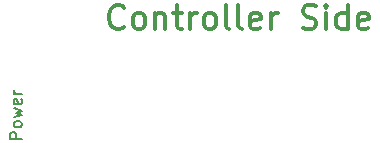
<source format=gto>
G04 #@! TF.GenerationSoftware,KiCad,Pcbnew,(5.1.9)-1*
G04 #@! TF.CreationDate,2021-08-06T09:52:32+02:00*
G04 #@! TF.ProjectId,Driver,44726976-6572-42e6-9b69-6361645f7063,rev?*
G04 #@! TF.SameCoordinates,Original*
G04 #@! TF.FileFunction,Legend,Top*
G04 #@! TF.FilePolarity,Positive*
%FSLAX46Y46*%
G04 Gerber Fmt 4.6, Leading zero omitted, Abs format (unit mm)*
G04 Created by KiCad (PCBNEW (5.1.9)-1) date 2021-08-06 09:52:32*
%MOMM*%
%LPD*%
G01*
G04 APERTURE LIST*
%ADD10C,0.150000*%
%ADD11C,0.300000*%
G04 APERTURE END LIST*
D10*
X123970284Y-90214781D02*
X122970284Y-90214781D01*
X122970284Y-89833829D01*
X123017904Y-89738591D01*
X123065523Y-89690971D01*
X123160761Y-89643352D01*
X123303618Y-89643352D01*
X123398856Y-89690971D01*
X123446475Y-89738591D01*
X123494094Y-89833829D01*
X123494094Y-90214781D01*
X123970284Y-89071924D02*
X123922665Y-89167162D01*
X123875046Y-89214781D01*
X123779808Y-89262400D01*
X123494094Y-89262400D01*
X123398856Y-89214781D01*
X123351237Y-89167162D01*
X123303618Y-89071924D01*
X123303618Y-88929067D01*
X123351237Y-88833829D01*
X123398856Y-88786210D01*
X123494094Y-88738591D01*
X123779808Y-88738591D01*
X123875046Y-88786210D01*
X123922665Y-88833829D01*
X123970284Y-88929067D01*
X123970284Y-89071924D01*
X123303618Y-88405257D02*
X123970284Y-88214781D01*
X123494094Y-88024305D01*
X123970284Y-87833829D01*
X123303618Y-87643352D01*
X123922665Y-86881448D02*
X123970284Y-86976686D01*
X123970284Y-87167162D01*
X123922665Y-87262400D01*
X123827427Y-87310019D01*
X123446475Y-87310019D01*
X123351237Y-87262400D01*
X123303618Y-87167162D01*
X123303618Y-86976686D01*
X123351237Y-86881448D01*
X123446475Y-86833829D01*
X123541713Y-86833829D01*
X123636951Y-87310019D01*
X123970284Y-86405257D02*
X123303618Y-86405257D01*
X123494094Y-86405257D02*
X123398856Y-86357638D01*
X123351237Y-86310019D01*
X123303618Y-86214781D01*
X123303618Y-86119543D01*
D11*
X132605999Y-80727876D02*
X132510761Y-80823114D01*
X132225046Y-80918352D01*
X132034570Y-80918352D01*
X131748856Y-80823114D01*
X131558380Y-80632638D01*
X131463142Y-80442162D01*
X131367904Y-80061210D01*
X131367904Y-79775495D01*
X131463142Y-79394543D01*
X131558380Y-79204067D01*
X131748856Y-79013591D01*
X132034570Y-78918352D01*
X132225046Y-78918352D01*
X132510761Y-79013591D01*
X132605999Y-79108829D01*
X133748856Y-80918352D02*
X133558380Y-80823114D01*
X133463142Y-80727876D01*
X133367904Y-80537400D01*
X133367904Y-79965971D01*
X133463142Y-79775495D01*
X133558380Y-79680257D01*
X133748856Y-79585019D01*
X134034570Y-79585019D01*
X134225046Y-79680257D01*
X134320284Y-79775495D01*
X134415523Y-79965971D01*
X134415523Y-80537400D01*
X134320284Y-80727876D01*
X134225046Y-80823114D01*
X134034570Y-80918352D01*
X133748856Y-80918352D01*
X135272665Y-79585019D02*
X135272665Y-80918352D01*
X135272665Y-79775495D02*
X135367904Y-79680257D01*
X135558380Y-79585019D01*
X135844094Y-79585019D01*
X136034570Y-79680257D01*
X136129808Y-79870733D01*
X136129808Y-80918352D01*
X136796475Y-79585019D02*
X137558380Y-79585019D01*
X137082189Y-78918352D02*
X137082189Y-80632638D01*
X137177427Y-80823114D01*
X137367904Y-80918352D01*
X137558380Y-80918352D01*
X138225046Y-80918352D02*
X138225046Y-79585019D01*
X138225046Y-79965971D02*
X138320284Y-79775495D01*
X138415523Y-79680257D01*
X138605999Y-79585019D01*
X138796475Y-79585019D01*
X139748856Y-80918352D02*
X139558380Y-80823114D01*
X139463142Y-80727876D01*
X139367904Y-80537400D01*
X139367904Y-79965971D01*
X139463142Y-79775495D01*
X139558380Y-79680257D01*
X139748856Y-79585019D01*
X140034570Y-79585019D01*
X140225046Y-79680257D01*
X140320284Y-79775495D01*
X140415523Y-79965971D01*
X140415523Y-80537400D01*
X140320284Y-80727876D01*
X140225046Y-80823114D01*
X140034570Y-80918352D01*
X139748856Y-80918352D01*
X141558380Y-80918352D02*
X141367904Y-80823114D01*
X141272665Y-80632638D01*
X141272665Y-78918352D01*
X142605999Y-80918352D02*
X142415523Y-80823114D01*
X142320284Y-80632638D01*
X142320284Y-78918352D01*
X144129808Y-80823114D02*
X143939332Y-80918352D01*
X143558380Y-80918352D01*
X143367904Y-80823114D01*
X143272665Y-80632638D01*
X143272665Y-79870733D01*
X143367904Y-79680257D01*
X143558380Y-79585019D01*
X143939332Y-79585019D01*
X144129808Y-79680257D01*
X144225046Y-79870733D01*
X144225046Y-80061210D01*
X143272665Y-80251686D01*
X145082189Y-80918352D02*
X145082189Y-79585019D01*
X145082189Y-79965971D02*
X145177427Y-79775495D01*
X145272665Y-79680257D01*
X145463142Y-79585019D01*
X145653618Y-79585019D01*
X147748856Y-80823114D02*
X148034570Y-80918352D01*
X148510761Y-80918352D01*
X148701237Y-80823114D01*
X148796475Y-80727876D01*
X148891713Y-80537400D01*
X148891713Y-80346924D01*
X148796475Y-80156448D01*
X148701237Y-80061210D01*
X148510761Y-79965971D01*
X148129808Y-79870733D01*
X147939332Y-79775495D01*
X147844094Y-79680257D01*
X147748856Y-79489781D01*
X147748856Y-79299305D01*
X147844094Y-79108829D01*
X147939332Y-79013591D01*
X148129808Y-78918352D01*
X148605999Y-78918352D01*
X148891713Y-79013591D01*
X149748856Y-80918352D02*
X149748856Y-79585019D01*
X149748856Y-78918352D02*
X149653618Y-79013591D01*
X149748856Y-79108829D01*
X149844094Y-79013591D01*
X149748856Y-78918352D01*
X149748856Y-79108829D01*
X151558380Y-80918352D02*
X151558380Y-78918352D01*
X151558380Y-80823114D02*
X151367904Y-80918352D01*
X150986951Y-80918352D01*
X150796475Y-80823114D01*
X150701237Y-80727876D01*
X150605999Y-80537400D01*
X150605999Y-79965971D01*
X150701237Y-79775495D01*
X150796475Y-79680257D01*
X150986951Y-79585019D01*
X151367904Y-79585019D01*
X151558380Y-79680257D01*
X153272665Y-80823114D02*
X153082189Y-80918352D01*
X152701237Y-80918352D01*
X152510761Y-80823114D01*
X152415523Y-80632638D01*
X152415523Y-79870733D01*
X152510761Y-79680257D01*
X152701237Y-79585019D01*
X153082189Y-79585019D01*
X153272665Y-79680257D01*
X153367904Y-79870733D01*
X153367904Y-80061210D01*
X152415523Y-80251686D01*
%LPC*%
M02*

</source>
